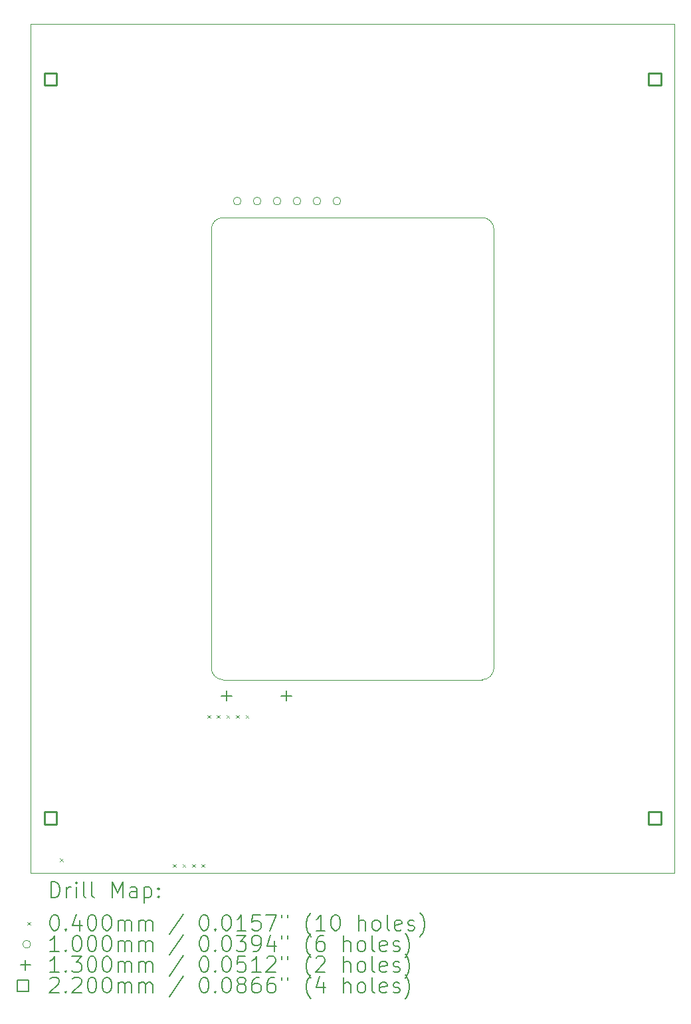
<source format=gbr>
%FSLAX45Y45*%
G04 Gerber Fmt 4.5, Leading zero omitted, Abs format (unit mm)*
G04 Created by KiCad (PCBNEW (6.0.5)) date 2023-05-08 02:16:47*
%MOMM*%
%LPD*%
G01*
G04 APERTURE LIST*
%TA.AperFunction,Profile*%
%ADD10C,0.100000*%
%TD*%
%TA.AperFunction,Profile*%
%ADD11C,0.050000*%
%TD*%
%ADD12C,0.200000*%
%ADD13C,0.040000*%
%ADD14C,0.100000*%
%ADD15C,0.130000*%
%ADD16C,0.220000*%
G04 APERTURE END LIST*
D10*
X17005400Y-12190000D02*
G75*
G03*
X17155400Y-12040000I0J150000D01*
G01*
X17155313Y-6459767D02*
G75*
G03*
X17005317Y-6309767I-149993J7D01*
G01*
D11*
X11254600Y-14649800D02*
X19454600Y-14649800D01*
X19454600Y-3849800D02*
X11254600Y-3849800D01*
D10*
X13553966Y-11090066D02*
X13554317Y-7409767D01*
X17155400Y-11090000D02*
X17155400Y-12040000D01*
X17005317Y-6309767D02*
X13703883Y-6309833D01*
X13703883Y-6309833D02*
G75*
G03*
X13553883Y-6459833I-3J-149997D01*
G01*
X17155317Y-6459767D02*
X17155317Y-7409767D01*
X13554317Y-7409767D02*
X13553883Y-6459833D01*
X13554400Y-12040000D02*
G75*
G03*
X13704400Y-12190000I150000J0D01*
G01*
D11*
X11254600Y-14649800D02*
X11254600Y-3849800D01*
D10*
X17155317Y-7409767D02*
X17155400Y-11090000D01*
X13554400Y-12040000D02*
X13553966Y-11090066D01*
D11*
X19454600Y-14649800D02*
X19454600Y-3849800D01*
D10*
X13704400Y-12190000D02*
X17005400Y-12190000D01*
D12*
D13*
X11626000Y-14463000D02*
X11666000Y-14503000D01*
X11666000Y-14463000D02*
X11626000Y-14503000D01*
X13063400Y-14536600D02*
X13103400Y-14576600D01*
X13103400Y-14536600D02*
X13063400Y-14576600D01*
X13185800Y-14536600D02*
X13225800Y-14576600D01*
X13225800Y-14536600D02*
X13185800Y-14576600D01*
X13308200Y-14536600D02*
X13348200Y-14576600D01*
X13348200Y-14536600D02*
X13308200Y-14576600D01*
X13430600Y-14536600D02*
X13470600Y-14576600D01*
X13470600Y-14536600D02*
X13430600Y-14576600D01*
X13501600Y-12639400D02*
X13541600Y-12679400D01*
X13541600Y-12639400D02*
X13501600Y-12679400D01*
X13624000Y-12639400D02*
X13664000Y-12679400D01*
X13664000Y-12639400D02*
X13624000Y-12679400D01*
X13746400Y-12639400D02*
X13786400Y-12679400D01*
X13786400Y-12639400D02*
X13746400Y-12679400D01*
X13868800Y-12639400D02*
X13908800Y-12679400D01*
X13908800Y-12639400D02*
X13868800Y-12679400D01*
X13991200Y-12639400D02*
X14031200Y-12679400D01*
X14031200Y-12639400D02*
X13991200Y-12679400D01*
D14*
X13934600Y-6099800D02*
G75*
G03*
X13934600Y-6099800I-50000J0D01*
G01*
X14188600Y-6099800D02*
G75*
G03*
X14188600Y-6099800I-50000J0D01*
G01*
X14442600Y-6099800D02*
G75*
G03*
X14442600Y-6099800I-50000J0D01*
G01*
X14696600Y-6099800D02*
G75*
G03*
X14696600Y-6099800I-50000J0D01*
G01*
X14950600Y-6099800D02*
G75*
G03*
X14950600Y-6099800I-50000J0D01*
G01*
X15204600Y-6099800D02*
G75*
G03*
X15204600Y-6099800I-50000J0D01*
G01*
D15*
X13749200Y-12329400D02*
X13749200Y-12459400D01*
X13684200Y-12394400D02*
X13814200Y-12394400D01*
X14511200Y-12329400D02*
X14511200Y-12459400D01*
X14446200Y-12394400D02*
X14576200Y-12394400D01*
D16*
X11582382Y-4627582D02*
X11582382Y-4472017D01*
X11426817Y-4472017D01*
X11426817Y-4627582D01*
X11582382Y-4627582D01*
X11582382Y-14027582D02*
X11582382Y-13872017D01*
X11426817Y-13872017D01*
X11426817Y-14027582D01*
X11582382Y-14027582D01*
X19282383Y-4627582D02*
X19282383Y-4472017D01*
X19126818Y-4472017D01*
X19126818Y-4627582D01*
X19282383Y-4627582D01*
X19282383Y-14027582D02*
X19282383Y-13872017D01*
X19126818Y-13872017D01*
X19126818Y-14027582D01*
X19282383Y-14027582D01*
D12*
X11509719Y-14962776D02*
X11509719Y-14762776D01*
X11557338Y-14762776D01*
X11585909Y-14772300D01*
X11604957Y-14791347D01*
X11614481Y-14810395D01*
X11624005Y-14848490D01*
X11624005Y-14877062D01*
X11614481Y-14915157D01*
X11604957Y-14934204D01*
X11585909Y-14953252D01*
X11557338Y-14962776D01*
X11509719Y-14962776D01*
X11709719Y-14962776D02*
X11709719Y-14829442D01*
X11709719Y-14867538D02*
X11719243Y-14848490D01*
X11728767Y-14838966D01*
X11747814Y-14829442D01*
X11766862Y-14829442D01*
X11833528Y-14962776D02*
X11833528Y-14829442D01*
X11833528Y-14762776D02*
X11824005Y-14772300D01*
X11833528Y-14781823D01*
X11843052Y-14772300D01*
X11833528Y-14762776D01*
X11833528Y-14781823D01*
X11957338Y-14962776D02*
X11938290Y-14953252D01*
X11928767Y-14934204D01*
X11928767Y-14762776D01*
X12062100Y-14962776D02*
X12043052Y-14953252D01*
X12033528Y-14934204D01*
X12033528Y-14762776D01*
X12290671Y-14962776D02*
X12290671Y-14762776D01*
X12357338Y-14905633D01*
X12424005Y-14762776D01*
X12424005Y-14962776D01*
X12604957Y-14962776D02*
X12604957Y-14858014D01*
X12595433Y-14838966D01*
X12576386Y-14829442D01*
X12538290Y-14829442D01*
X12519243Y-14838966D01*
X12604957Y-14953252D02*
X12585909Y-14962776D01*
X12538290Y-14962776D01*
X12519243Y-14953252D01*
X12509719Y-14934204D01*
X12509719Y-14915157D01*
X12519243Y-14896109D01*
X12538290Y-14886585D01*
X12585909Y-14886585D01*
X12604957Y-14877062D01*
X12700195Y-14829442D02*
X12700195Y-15029442D01*
X12700195Y-14838966D02*
X12719243Y-14829442D01*
X12757338Y-14829442D01*
X12776386Y-14838966D01*
X12785909Y-14848490D01*
X12795433Y-14867538D01*
X12795433Y-14924681D01*
X12785909Y-14943728D01*
X12776386Y-14953252D01*
X12757338Y-14962776D01*
X12719243Y-14962776D01*
X12700195Y-14953252D01*
X12881148Y-14943728D02*
X12890671Y-14953252D01*
X12881148Y-14962776D01*
X12871624Y-14953252D01*
X12881148Y-14943728D01*
X12881148Y-14962776D01*
X12881148Y-14838966D02*
X12890671Y-14848490D01*
X12881148Y-14858014D01*
X12871624Y-14848490D01*
X12881148Y-14838966D01*
X12881148Y-14858014D01*
D13*
X11212100Y-15272300D02*
X11252100Y-15312300D01*
X11252100Y-15272300D02*
X11212100Y-15312300D01*
D12*
X11547814Y-15182776D02*
X11566862Y-15182776D01*
X11585909Y-15192300D01*
X11595433Y-15201823D01*
X11604957Y-15220871D01*
X11614481Y-15258966D01*
X11614481Y-15306585D01*
X11604957Y-15344681D01*
X11595433Y-15363728D01*
X11585909Y-15373252D01*
X11566862Y-15382776D01*
X11547814Y-15382776D01*
X11528767Y-15373252D01*
X11519243Y-15363728D01*
X11509719Y-15344681D01*
X11500195Y-15306585D01*
X11500195Y-15258966D01*
X11509719Y-15220871D01*
X11519243Y-15201823D01*
X11528767Y-15192300D01*
X11547814Y-15182776D01*
X11700195Y-15363728D02*
X11709719Y-15373252D01*
X11700195Y-15382776D01*
X11690671Y-15373252D01*
X11700195Y-15363728D01*
X11700195Y-15382776D01*
X11881148Y-15249442D02*
X11881148Y-15382776D01*
X11833528Y-15173252D02*
X11785909Y-15316109D01*
X11909719Y-15316109D01*
X12024005Y-15182776D02*
X12043052Y-15182776D01*
X12062100Y-15192300D01*
X12071624Y-15201823D01*
X12081148Y-15220871D01*
X12090671Y-15258966D01*
X12090671Y-15306585D01*
X12081148Y-15344681D01*
X12071624Y-15363728D01*
X12062100Y-15373252D01*
X12043052Y-15382776D01*
X12024005Y-15382776D01*
X12004957Y-15373252D01*
X11995433Y-15363728D01*
X11985909Y-15344681D01*
X11976386Y-15306585D01*
X11976386Y-15258966D01*
X11985909Y-15220871D01*
X11995433Y-15201823D01*
X12004957Y-15192300D01*
X12024005Y-15182776D01*
X12214481Y-15182776D02*
X12233528Y-15182776D01*
X12252576Y-15192300D01*
X12262100Y-15201823D01*
X12271624Y-15220871D01*
X12281148Y-15258966D01*
X12281148Y-15306585D01*
X12271624Y-15344681D01*
X12262100Y-15363728D01*
X12252576Y-15373252D01*
X12233528Y-15382776D01*
X12214481Y-15382776D01*
X12195433Y-15373252D01*
X12185909Y-15363728D01*
X12176386Y-15344681D01*
X12166862Y-15306585D01*
X12166862Y-15258966D01*
X12176386Y-15220871D01*
X12185909Y-15201823D01*
X12195433Y-15192300D01*
X12214481Y-15182776D01*
X12366862Y-15382776D02*
X12366862Y-15249442D01*
X12366862Y-15268490D02*
X12376386Y-15258966D01*
X12395433Y-15249442D01*
X12424005Y-15249442D01*
X12443052Y-15258966D01*
X12452576Y-15278014D01*
X12452576Y-15382776D01*
X12452576Y-15278014D02*
X12462100Y-15258966D01*
X12481148Y-15249442D01*
X12509719Y-15249442D01*
X12528767Y-15258966D01*
X12538290Y-15278014D01*
X12538290Y-15382776D01*
X12633528Y-15382776D02*
X12633528Y-15249442D01*
X12633528Y-15268490D02*
X12643052Y-15258966D01*
X12662100Y-15249442D01*
X12690671Y-15249442D01*
X12709719Y-15258966D01*
X12719243Y-15278014D01*
X12719243Y-15382776D01*
X12719243Y-15278014D02*
X12728767Y-15258966D01*
X12747814Y-15249442D01*
X12776386Y-15249442D01*
X12795433Y-15258966D01*
X12804957Y-15278014D01*
X12804957Y-15382776D01*
X13195433Y-15173252D02*
X13024005Y-15430395D01*
X13452576Y-15182776D02*
X13471624Y-15182776D01*
X13490671Y-15192300D01*
X13500195Y-15201823D01*
X13509719Y-15220871D01*
X13519243Y-15258966D01*
X13519243Y-15306585D01*
X13509719Y-15344681D01*
X13500195Y-15363728D01*
X13490671Y-15373252D01*
X13471624Y-15382776D01*
X13452576Y-15382776D01*
X13433528Y-15373252D01*
X13424005Y-15363728D01*
X13414481Y-15344681D01*
X13404957Y-15306585D01*
X13404957Y-15258966D01*
X13414481Y-15220871D01*
X13424005Y-15201823D01*
X13433528Y-15192300D01*
X13452576Y-15182776D01*
X13604957Y-15363728D02*
X13614481Y-15373252D01*
X13604957Y-15382776D01*
X13595433Y-15373252D01*
X13604957Y-15363728D01*
X13604957Y-15382776D01*
X13738290Y-15182776D02*
X13757338Y-15182776D01*
X13776386Y-15192300D01*
X13785909Y-15201823D01*
X13795433Y-15220871D01*
X13804957Y-15258966D01*
X13804957Y-15306585D01*
X13795433Y-15344681D01*
X13785909Y-15363728D01*
X13776386Y-15373252D01*
X13757338Y-15382776D01*
X13738290Y-15382776D01*
X13719243Y-15373252D01*
X13709719Y-15363728D01*
X13700195Y-15344681D01*
X13690671Y-15306585D01*
X13690671Y-15258966D01*
X13700195Y-15220871D01*
X13709719Y-15201823D01*
X13719243Y-15192300D01*
X13738290Y-15182776D01*
X13995433Y-15382776D02*
X13881148Y-15382776D01*
X13938290Y-15382776D02*
X13938290Y-15182776D01*
X13919243Y-15211347D01*
X13900195Y-15230395D01*
X13881148Y-15239919D01*
X14176386Y-15182776D02*
X14081148Y-15182776D01*
X14071624Y-15278014D01*
X14081148Y-15268490D01*
X14100195Y-15258966D01*
X14147814Y-15258966D01*
X14166862Y-15268490D01*
X14176386Y-15278014D01*
X14185909Y-15297062D01*
X14185909Y-15344681D01*
X14176386Y-15363728D01*
X14166862Y-15373252D01*
X14147814Y-15382776D01*
X14100195Y-15382776D01*
X14081148Y-15373252D01*
X14071624Y-15363728D01*
X14252576Y-15182776D02*
X14385909Y-15182776D01*
X14300195Y-15382776D01*
X14452576Y-15182776D02*
X14452576Y-15220871D01*
X14528767Y-15182776D02*
X14528767Y-15220871D01*
X14824005Y-15458966D02*
X14814481Y-15449442D01*
X14795433Y-15420871D01*
X14785909Y-15401823D01*
X14776386Y-15373252D01*
X14766862Y-15325633D01*
X14766862Y-15287538D01*
X14776386Y-15239919D01*
X14785909Y-15211347D01*
X14795433Y-15192300D01*
X14814481Y-15163728D01*
X14824005Y-15154204D01*
X15004957Y-15382776D02*
X14890671Y-15382776D01*
X14947814Y-15382776D02*
X14947814Y-15182776D01*
X14928767Y-15211347D01*
X14909719Y-15230395D01*
X14890671Y-15239919D01*
X15128767Y-15182776D02*
X15147814Y-15182776D01*
X15166862Y-15192300D01*
X15176386Y-15201823D01*
X15185909Y-15220871D01*
X15195433Y-15258966D01*
X15195433Y-15306585D01*
X15185909Y-15344681D01*
X15176386Y-15363728D01*
X15166862Y-15373252D01*
X15147814Y-15382776D01*
X15128767Y-15382776D01*
X15109719Y-15373252D01*
X15100195Y-15363728D01*
X15090671Y-15344681D01*
X15081148Y-15306585D01*
X15081148Y-15258966D01*
X15090671Y-15220871D01*
X15100195Y-15201823D01*
X15109719Y-15192300D01*
X15128767Y-15182776D01*
X15433528Y-15382776D02*
X15433528Y-15182776D01*
X15519243Y-15382776D02*
X15519243Y-15278014D01*
X15509719Y-15258966D01*
X15490671Y-15249442D01*
X15462100Y-15249442D01*
X15443052Y-15258966D01*
X15433528Y-15268490D01*
X15643052Y-15382776D02*
X15624005Y-15373252D01*
X15614481Y-15363728D01*
X15604957Y-15344681D01*
X15604957Y-15287538D01*
X15614481Y-15268490D01*
X15624005Y-15258966D01*
X15643052Y-15249442D01*
X15671624Y-15249442D01*
X15690671Y-15258966D01*
X15700195Y-15268490D01*
X15709719Y-15287538D01*
X15709719Y-15344681D01*
X15700195Y-15363728D01*
X15690671Y-15373252D01*
X15671624Y-15382776D01*
X15643052Y-15382776D01*
X15824005Y-15382776D02*
X15804957Y-15373252D01*
X15795433Y-15354204D01*
X15795433Y-15182776D01*
X15976386Y-15373252D02*
X15957338Y-15382776D01*
X15919243Y-15382776D01*
X15900195Y-15373252D01*
X15890671Y-15354204D01*
X15890671Y-15278014D01*
X15900195Y-15258966D01*
X15919243Y-15249442D01*
X15957338Y-15249442D01*
X15976386Y-15258966D01*
X15985909Y-15278014D01*
X15985909Y-15297062D01*
X15890671Y-15316109D01*
X16062100Y-15373252D02*
X16081148Y-15382776D01*
X16119243Y-15382776D01*
X16138290Y-15373252D01*
X16147814Y-15354204D01*
X16147814Y-15344681D01*
X16138290Y-15325633D01*
X16119243Y-15316109D01*
X16090671Y-15316109D01*
X16071624Y-15306585D01*
X16062100Y-15287538D01*
X16062100Y-15278014D01*
X16071624Y-15258966D01*
X16090671Y-15249442D01*
X16119243Y-15249442D01*
X16138290Y-15258966D01*
X16214481Y-15458966D02*
X16224005Y-15449442D01*
X16243052Y-15420871D01*
X16252576Y-15401823D01*
X16262100Y-15373252D01*
X16271624Y-15325633D01*
X16271624Y-15287538D01*
X16262100Y-15239919D01*
X16252576Y-15211347D01*
X16243052Y-15192300D01*
X16224005Y-15163728D01*
X16214481Y-15154204D01*
D14*
X11252100Y-15556300D02*
G75*
G03*
X11252100Y-15556300I-50000J0D01*
G01*
D12*
X11614481Y-15646776D02*
X11500195Y-15646776D01*
X11557338Y-15646776D02*
X11557338Y-15446776D01*
X11538290Y-15475347D01*
X11519243Y-15494395D01*
X11500195Y-15503919D01*
X11700195Y-15627728D02*
X11709719Y-15637252D01*
X11700195Y-15646776D01*
X11690671Y-15637252D01*
X11700195Y-15627728D01*
X11700195Y-15646776D01*
X11833528Y-15446776D02*
X11852576Y-15446776D01*
X11871624Y-15456300D01*
X11881148Y-15465823D01*
X11890671Y-15484871D01*
X11900195Y-15522966D01*
X11900195Y-15570585D01*
X11890671Y-15608681D01*
X11881148Y-15627728D01*
X11871624Y-15637252D01*
X11852576Y-15646776D01*
X11833528Y-15646776D01*
X11814481Y-15637252D01*
X11804957Y-15627728D01*
X11795433Y-15608681D01*
X11785909Y-15570585D01*
X11785909Y-15522966D01*
X11795433Y-15484871D01*
X11804957Y-15465823D01*
X11814481Y-15456300D01*
X11833528Y-15446776D01*
X12024005Y-15446776D02*
X12043052Y-15446776D01*
X12062100Y-15456300D01*
X12071624Y-15465823D01*
X12081148Y-15484871D01*
X12090671Y-15522966D01*
X12090671Y-15570585D01*
X12081148Y-15608681D01*
X12071624Y-15627728D01*
X12062100Y-15637252D01*
X12043052Y-15646776D01*
X12024005Y-15646776D01*
X12004957Y-15637252D01*
X11995433Y-15627728D01*
X11985909Y-15608681D01*
X11976386Y-15570585D01*
X11976386Y-15522966D01*
X11985909Y-15484871D01*
X11995433Y-15465823D01*
X12004957Y-15456300D01*
X12024005Y-15446776D01*
X12214481Y-15446776D02*
X12233528Y-15446776D01*
X12252576Y-15456300D01*
X12262100Y-15465823D01*
X12271624Y-15484871D01*
X12281148Y-15522966D01*
X12281148Y-15570585D01*
X12271624Y-15608681D01*
X12262100Y-15627728D01*
X12252576Y-15637252D01*
X12233528Y-15646776D01*
X12214481Y-15646776D01*
X12195433Y-15637252D01*
X12185909Y-15627728D01*
X12176386Y-15608681D01*
X12166862Y-15570585D01*
X12166862Y-15522966D01*
X12176386Y-15484871D01*
X12185909Y-15465823D01*
X12195433Y-15456300D01*
X12214481Y-15446776D01*
X12366862Y-15646776D02*
X12366862Y-15513442D01*
X12366862Y-15532490D02*
X12376386Y-15522966D01*
X12395433Y-15513442D01*
X12424005Y-15513442D01*
X12443052Y-15522966D01*
X12452576Y-15542014D01*
X12452576Y-15646776D01*
X12452576Y-15542014D02*
X12462100Y-15522966D01*
X12481148Y-15513442D01*
X12509719Y-15513442D01*
X12528767Y-15522966D01*
X12538290Y-15542014D01*
X12538290Y-15646776D01*
X12633528Y-15646776D02*
X12633528Y-15513442D01*
X12633528Y-15532490D02*
X12643052Y-15522966D01*
X12662100Y-15513442D01*
X12690671Y-15513442D01*
X12709719Y-15522966D01*
X12719243Y-15542014D01*
X12719243Y-15646776D01*
X12719243Y-15542014D02*
X12728767Y-15522966D01*
X12747814Y-15513442D01*
X12776386Y-15513442D01*
X12795433Y-15522966D01*
X12804957Y-15542014D01*
X12804957Y-15646776D01*
X13195433Y-15437252D02*
X13024005Y-15694395D01*
X13452576Y-15446776D02*
X13471624Y-15446776D01*
X13490671Y-15456300D01*
X13500195Y-15465823D01*
X13509719Y-15484871D01*
X13519243Y-15522966D01*
X13519243Y-15570585D01*
X13509719Y-15608681D01*
X13500195Y-15627728D01*
X13490671Y-15637252D01*
X13471624Y-15646776D01*
X13452576Y-15646776D01*
X13433528Y-15637252D01*
X13424005Y-15627728D01*
X13414481Y-15608681D01*
X13404957Y-15570585D01*
X13404957Y-15522966D01*
X13414481Y-15484871D01*
X13424005Y-15465823D01*
X13433528Y-15456300D01*
X13452576Y-15446776D01*
X13604957Y-15627728D02*
X13614481Y-15637252D01*
X13604957Y-15646776D01*
X13595433Y-15637252D01*
X13604957Y-15627728D01*
X13604957Y-15646776D01*
X13738290Y-15446776D02*
X13757338Y-15446776D01*
X13776386Y-15456300D01*
X13785909Y-15465823D01*
X13795433Y-15484871D01*
X13804957Y-15522966D01*
X13804957Y-15570585D01*
X13795433Y-15608681D01*
X13785909Y-15627728D01*
X13776386Y-15637252D01*
X13757338Y-15646776D01*
X13738290Y-15646776D01*
X13719243Y-15637252D01*
X13709719Y-15627728D01*
X13700195Y-15608681D01*
X13690671Y-15570585D01*
X13690671Y-15522966D01*
X13700195Y-15484871D01*
X13709719Y-15465823D01*
X13719243Y-15456300D01*
X13738290Y-15446776D01*
X13871624Y-15446776D02*
X13995433Y-15446776D01*
X13928767Y-15522966D01*
X13957338Y-15522966D01*
X13976386Y-15532490D01*
X13985909Y-15542014D01*
X13995433Y-15561062D01*
X13995433Y-15608681D01*
X13985909Y-15627728D01*
X13976386Y-15637252D01*
X13957338Y-15646776D01*
X13900195Y-15646776D01*
X13881148Y-15637252D01*
X13871624Y-15627728D01*
X14090671Y-15646776D02*
X14128767Y-15646776D01*
X14147814Y-15637252D01*
X14157338Y-15627728D01*
X14176386Y-15599157D01*
X14185909Y-15561062D01*
X14185909Y-15484871D01*
X14176386Y-15465823D01*
X14166862Y-15456300D01*
X14147814Y-15446776D01*
X14109719Y-15446776D01*
X14090671Y-15456300D01*
X14081148Y-15465823D01*
X14071624Y-15484871D01*
X14071624Y-15532490D01*
X14081148Y-15551538D01*
X14090671Y-15561062D01*
X14109719Y-15570585D01*
X14147814Y-15570585D01*
X14166862Y-15561062D01*
X14176386Y-15551538D01*
X14185909Y-15532490D01*
X14357338Y-15513442D02*
X14357338Y-15646776D01*
X14309719Y-15437252D02*
X14262100Y-15580109D01*
X14385909Y-15580109D01*
X14452576Y-15446776D02*
X14452576Y-15484871D01*
X14528767Y-15446776D02*
X14528767Y-15484871D01*
X14824005Y-15722966D02*
X14814481Y-15713442D01*
X14795433Y-15684871D01*
X14785909Y-15665823D01*
X14776386Y-15637252D01*
X14766862Y-15589633D01*
X14766862Y-15551538D01*
X14776386Y-15503919D01*
X14785909Y-15475347D01*
X14795433Y-15456300D01*
X14814481Y-15427728D01*
X14824005Y-15418204D01*
X14985909Y-15446776D02*
X14947814Y-15446776D01*
X14928767Y-15456300D01*
X14919243Y-15465823D01*
X14900195Y-15494395D01*
X14890671Y-15532490D01*
X14890671Y-15608681D01*
X14900195Y-15627728D01*
X14909719Y-15637252D01*
X14928767Y-15646776D01*
X14966862Y-15646776D01*
X14985909Y-15637252D01*
X14995433Y-15627728D01*
X15004957Y-15608681D01*
X15004957Y-15561062D01*
X14995433Y-15542014D01*
X14985909Y-15532490D01*
X14966862Y-15522966D01*
X14928767Y-15522966D01*
X14909719Y-15532490D01*
X14900195Y-15542014D01*
X14890671Y-15561062D01*
X15243052Y-15646776D02*
X15243052Y-15446776D01*
X15328767Y-15646776D02*
X15328767Y-15542014D01*
X15319243Y-15522966D01*
X15300195Y-15513442D01*
X15271624Y-15513442D01*
X15252576Y-15522966D01*
X15243052Y-15532490D01*
X15452576Y-15646776D02*
X15433528Y-15637252D01*
X15424005Y-15627728D01*
X15414481Y-15608681D01*
X15414481Y-15551538D01*
X15424005Y-15532490D01*
X15433528Y-15522966D01*
X15452576Y-15513442D01*
X15481148Y-15513442D01*
X15500195Y-15522966D01*
X15509719Y-15532490D01*
X15519243Y-15551538D01*
X15519243Y-15608681D01*
X15509719Y-15627728D01*
X15500195Y-15637252D01*
X15481148Y-15646776D01*
X15452576Y-15646776D01*
X15633528Y-15646776D02*
X15614481Y-15637252D01*
X15604957Y-15618204D01*
X15604957Y-15446776D01*
X15785909Y-15637252D02*
X15766862Y-15646776D01*
X15728767Y-15646776D01*
X15709719Y-15637252D01*
X15700195Y-15618204D01*
X15700195Y-15542014D01*
X15709719Y-15522966D01*
X15728767Y-15513442D01*
X15766862Y-15513442D01*
X15785909Y-15522966D01*
X15795433Y-15542014D01*
X15795433Y-15561062D01*
X15700195Y-15580109D01*
X15871624Y-15637252D02*
X15890671Y-15646776D01*
X15928767Y-15646776D01*
X15947814Y-15637252D01*
X15957338Y-15618204D01*
X15957338Y-15608681D01*
X15947814Y-15589633D01*
X15928767Y-15580109D01*
X15900195Y-15580109D01*
X15881148Y-15570585D01*
X15871624Y-15551538D01*
X15871624Y-15542014D01*
X15881148Y-15522966D01*
X15900195Y-15513442D01*
X15928767Y-15513442D01*
X15947814Y-15522966D01*
X16024005Y-15722966D02*
X16033528Y-15713442D01*
X16052576Y-15684871D01*
X16062100Y-15665823D01*
X16071624Y-15637252D01*
X16081148Y-15589633D01*
X16081148Y-15551538D01*
X16071624Y-15503919D01*
X16062100Y-15475347D01*
X16052576Y-15456300D01*
X16033528Y-15427728D01*
X16024005Y-15418204D01*
D15*
X11187100Y-15755300D02*
X11187100Y-15885300D01*
X11122100Y-15820300D02*
X11252100Y-15820300D01*
D12*
X11614481Y-15910776D02*
X11500195Y-15910776D01*
X11557338Y-15910776D02*
X11557338Y-15710776D01*
X11538290Y-15739347D01*
X11519243Y-15758395D01*
X11500195Y-15767919D01*
X11700195Y-15891728D02*
X11709719Y-15901252D01*
X11700195Y-15910776D01*
X11690671Y-15901252D01*
X11700195Y-15891728D01*
X11700195Y-15910776D01*
X11776386Y-15710776D02*
X11900195Y-15710776D01*
X11833528Y-15786966D01*
X11862100Y-15786966D01*
X11881148Y-15796490D01*
X11890671Y-15806014D01*
X11900195Y-15825062D01*
X11900195Y-15872681D01*
X11890671Y-15891728D01*
X11881148Y-15901252D01*
X11862100Y-15910776D01*
X11804957Y-15910776D01*
X11785909Y-15901252D01*
X11776386Y-15891728D01*
X12024005Y-15710776D02*
X12043052Y-15710776D01*
X12062100Y-15720300D01*
X12071624Y-15729823D01*
X12081148Y-15748871D01*
X12090671Y-15786966D01*
X12090671Y-15834585D01*
X12081148Y-15872681D01*
X12071624Y-15891728D01*
X12062100Y-15901252D01*
X12043052Y-15910776D01*
X12024005Y-15910776D01*
X12004957Y-15901252D01*
X11995433Y-15891728D01*
X11985909Y-15872681D01*
X11976386Y-15834585D01*
X11976386Y-15786966D01*
X11985909Y-15748871D01*
X11995433Y-15729823D01*
X12004957Y-15720300D01*
X12024005Y-15710776D01*
X12214481Y-15710776D02*
X12233528Y-15710776D01*
X12252576Y-15720300D01*
X12262100Y-15729823D01*
X12271624Y-15748871D01*
X12281148Y-15786966D01*
X12281148Y-15834585D01*
X12271624Y-15872681D01*
X12262100Y-15891728D01*
X12252576Y-15901252D01*
X12233528Y-15910776D01*
X12214481Y-15910776D01*
X12195433Y-15901252D01*
X12185909Y-15891728D01*
X12176386Y-15872681D01*
X12166862Y-15834585D01*
X12166862Y-15786966D01*
X12176386Y-15748871D01*
X12185909Y-15729823D01*
X12195433Y-15720300D01*
X12214481Y-15710776D01*
X12366862Y-15910776D02*
X12366862Y-15777442D01*
X12366862Y-15796490D02*
X12376386Y-15786966D01*
X12395433Y-15777442D01*
X12424005Y-15777442D01*
X12443052Y-15786966D01*
X12452576Y-15806014D01*
X12452576Y-15910776D01*
X12452576Y-15806014D02*
X12462100Y-15786966D01*
X12481148Y-15777442D01*
X12509719Y-15777442D01*
X12528767Y-15786966D01*
X12538290Y-15806014D01*
X12538290Y-15910776D01*
X12633528Y-15910776D02*
X12633528Y-15777442D01*
X12633528Y-15796490D02*
X12643052Y-15786966D01*
X12662100Y-15777442D01*
X12690671Y-15777442D01*
X12709719Y-15786966D01*
X12719243Y-15806014D01*
X12719243Y-15910776D01*
X12719243Y-15806014D02*
X12728767Y-15786966D01*
X12747814Y-15777442D01*
X12776386Y-15777442D01*
X12795433Y-15786966D01*
X12804957Y-15806014D01*
X12804957Y-15910776D01*
X13195433Y-15701252D02*
X13024005Y-15958395D01*
X13452576Y-15710776D02*
X13471624Y-15710776D01*
X13490671Y-15720300D01*
X13500195Y-15729823D01*
X13509719Y-15748871D01*
X13519243Y-15786966D01*
X13519243Y-15834585D01*
X13509719Y-15872681D01*
X13500195Y-15891728D01*
X13490671Y-15901252D01*
X13471624Y-15910776D01*
X13452576Y-15910776D01*
X13433528Y-15901252D01*
X13424005Y-15891728D01*
X13414481Y-15872681D01*
X13404957Y-15834585D01*
X13404957Y-15786966D01*
X13414481Y-15748871D01*
X13424005Y-15729823D01*
X13433528Y-15720300D01*
X13452576Y-15710776D01*
X13604957Y-15891728D02*
X13614481Y-15901252D01*
X13604957Y-15910776D01*
X13595433Y-15901252D01*
X13604957Y-15891728D01*
X13604957Y-15910776D01*
X13738290Y-15710776D02*
X13757338Y-15710776D01*
X13776386Y-15720300D01*
X13785909Y-15729823D01*
X13795433Y-15748871D01*
X13804957Y-15786966D01*
X13804957Y-15834585D01*
X13795433Y-15872681D01*
X13785909Y-15891728D01*
X13776386Y-15901252D01*
X13757338Y-15910776D01*
X13738290Y-15910776D01*
X13719243Y-15901252D01*
X13709719Y-15891728D01*
X13700195Y-15872681D01*
X13690671Y-15834585D01*
X13690671Y-15786966D01*
X13700195Y-15748871D01*
X13709719Y-15729823D01*
X13719243Y-15720300D01*
X13738290Y-15710776D01*
X13985909Y-15710776D02*
X13890671Y-15710776D01*
X13881148Y-15806014D01*
X13890671Y-15796490D01*
X13909719Y-15786966D01*
X13957338Y-15786966D01*
X13976386Y-15796490D01*
X13985909Y-15806014D01*
X13995433Y-15825062D01*
X13995433Y-15872681D01*
X13985909Y-15891728D01*
X13976386Y-15901252D01*
X13957338Y-15910776D01*
X13909719Y-15910776D01*
X13890671Y-15901252D01*
X13881148Y-15891728D01*
X14185909Y-15910776D02*
X14071624Y-15910776D01*
X14128767Y-15910776D02*
X14128767Y-15710776D01*
X14109719Y-15739347D01*
X14090671Y-15758395D01*
X14071624Y-15767919D01*
X14262100Y-15729823D02*
X14271624Y-15720300D01*
X14290671Y-15710776D01*
X14338290Y-15710776D01*
X14357338Y-15720300D01*
X14366862Y-15729823D01*
X14376386Y-15748871D01*
X14376386Y-15767919D01*
X14366862Y-15796490D01*
X14252576Y-15910776D01*
X14376386Y-15910776D01*
X14452576Y-15710776D02*
X14452576Y-15748871D01*
X14528767Y-15710776D02*
X14528767Y-15748871D01*
X14824005Y-15986966D02*
X14814481Y-15977442D01*
X14795433Y-15948871D01*
X14785909Y-15929823D01*
X14776386Y-15901252D01*
X14766862Y-15853633D01*
X14766862Y-15815538D01*
X14776386Y-15767919D01*
X14785909Y-15739347D01*
X14795433Y-15720300D01*
X14814481Y-15691728D01*
X14824005Y-15682204D01*
X14890671Y-15729823D02*
X14900195Y-15720300D01*
X14919243Y-15710776D01*
X14966862Y-15710776D01*
X14985909Y-15720300D01*
X14995433Y-15729823D01*
X15004957Y-15748871D01*
X15004957Y-15767919D01*
X14995433Y-15796490D01*
X14881148Y-15910776D01*
X15004957Y-15910776D01*
X15243052Y-15910776D02*
X15243052Y-15710776D01*
X15328767Y-15910776D02*
X15328767Y-15806014D01*
X15319243Y-15786966D01*
X15300195Y-15777442D01*
X15271624Y-15777442D01*
X15252576Y-15786966D01*
X15243052Y-15796490D01*
X15452576Y-15910776D02*
X15433528Y-15901252D01*
X15424005Y-15891728D01*
X15414481Y-15872681D01*
X15414481Y-15815538D01*
X15424005Y-15796490D01*
X15433528Y-15786966D01*
X15452576Y-15777442D01*
X15481148Y-15777442D01*
X15500195Y-15786966D01*
X15509719Y-15796490D01*
X15519243Y-15815538D01*
X15519243Y-15872681D01*
X15509719Y-15891728D01*
X15500195Y-15901252D01*
X15481148Y-15910776D01*
X15452576Y-15910776D01*
X15633528Y-15910776D02*
X15614481Y-15901252D01*
X15604957Y-15882204D01*
X15604957Y-15710776D01*
X15785909Y-15901252D02*
X15766862Y-15910776D01*
X15728767Y-15910776D01*
X15709719Y-15901252D01*
X15700195Y-15882204D01*
X15700195Y-15806014D01*
X15709719Y-15786966D01*
X15728767Y-15777442D01*
X15766862Y-15777442D01*
X15785909Y-15786966D01*
X15795433Y-15806014D01*
X15795433Y-15825062D01*
X15700195Y-15844109D01*
X15871624Y-15901252D02*
X15890671Y-15910776D01*
X15928767Y-15910776D01*
X15947814Y-15901252D01*
X15957338Y-15882204D01*
X15957338Y-15872681D01*
X15947814Y-15853633D01*
X15928767Y-15844109D01*
X15900195Y-15844109D01*
X15881148Y-15834585D01*
X15871624Y-15815538D01*
X15871624Y-15806014D01*
X15881148Y-15786966D01*
X15900195Y-15777442D01*
X15928767Y-15777442D01*
X15947814Y-15786966D01*
X16024005Y-15986966D02*
X16033528Y-15977442D01*
X16052576Y-15948871D01*
X16062100Y-15929823D01*
X16071624Y-15901252D01*
X16081148Y-15853633D01*
X16081148Y-15815538D01*
X16071624Y-15767919D01*
X16062100Y-15739347D01*
X16052576Y-15720300D01*
X16033528Y-15691728D01*
X16024005Y-15682204D01*
X11222811Y-16155011D02*
X11222811Y-16013588D01*
X11081389Y-16013588D01*
X11081389Y-16155011D01*
X11222811Y-16155011D01*
X11500195Y-15993823D02*
X11509719Y-15984300D01*
X11528767Y-15974776D01*
X11576386Y-15974776D01*
X11595433Y-15984300D01*
X11604957Y-15993823D01*
X11614481Y-16012871D01*
X11614481Y-16031919D01*
X11604957Y-16060490D01*
X11490671Y-16174776D01*
X11614481Y-16174776D01*
X11700195Y-16155728D02*
X11709719Y-16165252D01*
X11700195Y-16174776D01*
X11690671Y-16165252D01*
X11700195Y-16155728D01*
X11700195Y-16174776D01*
X11785909Y-15993823D02*
X11795433Y-15984300D01*
X11814481Y-15974776D01*
X11862100Y-15974776D01*
X11881148Y-15984300D01*
X11890671Y-15993823D01*
X11900195Y-16012871D01*
X11900195Y-16031919D01*
X11890671Y-16060490D01*
X11776386Y-16174776D01*
X11900195Y-16174776D01*
X12024005Y-15974776D02*
X12043052Y-15974776D01*
X12062100Y-15984300D01*
X12071624Y-15993823D01*
X12081148Y-16012871D01*
X12090671Y-16050966D01*
X12090671Y-16098585D01*
X12081148Y-16136681D01*
X12071624Y-16155728D01*
X12062100Y-16165252D01*
X12043052Y-16174776D01*
X12024005Y-16174776D01*
X12004957Y-16165252D01*
X11995433Y-16155728D01*
X11985909Y-16136681D01*
X11976386Y-16098585D01*
X11976386Y-16050966D01*
X11985909Y-16012871D01*
X11995433Y-15993823D01*
X12004957Y-15984300D01*
X12024005Y-15974776D01*
X12214481Y-15974776D02*
X12233528Y-15974776D01*
X12252576Y-15984300D01*
X12262100Y-15993823D01*
X12271624Y-16012871D01*
X12281148Y-16050966D01*
X12281148Y-16098585D01*
X12271624Y-16136681D01*
X12262100Y-16155728D01*
X12252576Y-16165252D01*
X12233528Y-16174776D01*
X12214481Y-16174776D01*
X12195433Y-16165252D01*
X12185909Y-16155728D01*
X12176386Y-16136681D01*
X12166862Y-16098585D01*
X12166862Y-16050966D01*
X12176386Y-16012871D01*
X12185909Y-15993823D01*
X12195433Y-15984300D01*
X12214481Y-15974776D01*
X12366862Y-16174776D02*
X12366862Y-16041442D01*
X12366862Y-16060490D02*
X12376386Y-16050966D01*
X12395433Y-16041442D01*
X12424005Y-16041442D01*
X12443052Y-16050966D01*
X12452576Y-16070014D01*
X12452576Y-16174776D01*
X12452576Y-16070014D02*
X12462100Y-16050966D01*
X12481148Y-16041442D01*
X12509719Y-16041442D01*
X12528767Y-16050966D01*
X12538290Y-16070014D01*
X12538290Y-16174776D01*
X12633528Y-16174776D02*
X12633528Y-16041442D01*
X12633528Y-16060490D02*
X12643052Y-16050966D01*
X12662100Y-16041442D01*
X12690671Y-16041442D01*
X12709719Y-16050966D01*
X12719243Y-16070014D01*
X12719243Y-16174776D01*
X12719243Y-16070014D02*
X12728767Y-16050966D01*
X12747814Y-16041442D01*
X12776386Y-16041442D01*
X12795433Y-16050966D01*
X12804957Y-16070014D01*
X12804957Y-16174776D01*
X13195433Y-15965252D02*
X13024005Y-16222395D01*
X13452576Y-15974776D02*
X13471624Y-15974776D01*
X13490671Y-15984300D01*
X13500195Y-15993823D01*
X13509719Y-16012871D01*
X13519243Y-16050966D01*
X13519243Y-16098585D01*
X13509719Y-16136681D01*
X13500195Y-16155728D01*
X13490671Y-16165252D01*
X13471624Y-16174776D01*
X13452576Y-16174776D01*
X13433528Y-16165252D01*
X13424005Y-16155728D01*
X13414481Y-16136681D01*
X13404957Y-16098585D01*
X13404957Y-16050966D01*
X13414481Y-16012871D01*
X13424005Y-15993823D01*
X13433528Y-15984300D01*
X13452576Y-15974776D01*
X13604957Y-16155728D02*
X13614481Y-16165252D01*
X13604957Y-16174776D01*
X13595433Y-16165252D01*
X13604957Y-16155728D01*
X13604957Y-16174776D01*
X13738290Y-15974776D02*
X13757338Y-15974776D01*
X13776386Y-15984300D01*
X13785909Y-15993823D01*
X13795433Y-16012871D01*
X13804957Y-16050966D01*
X13804957Y-16098585D01*
X13795433Y-16136681D01*
X13785909Y-16155728D01*
X13776386Y-16165252D01*
X13757338Y-16174776D01*
X13738290Y-16174776D01*
X13719243Y-16165252D01*
X13709719Y-16155728D01*
X13700195Y-16136681D01*
X13690671Y-16098585D01*
X13690671Y-16050966D01*
X13700195Y-16012871D01*
X13709719Y-15993823D01*
X13719243Y-15984300D01*
X13738290Y-15974776D01*
X13919243Y-16060490D02*
X13900195Y-16050966D01*
X13890671Y-16041442D01*
X13881148Y-16022395D01*
X13881148Y-16012871D01*
X13890671Y-15993823D01*
X13900195Y-15984300D01*
X13919243Y-15974776D01*
X13957338Y-15974776D01*
X13976386Y-15984300D01*
X13985909Y-15993823D01*
X13995433Y-16012871D01*
X13995433Y-16022395D01*
X13985909Y-16041442D01*
X13976386Y-16050966D01*
X13957338Y-16060490D01*
X13919243Y-16060490D01*
X13900195Y-16070014D01*
X13890671Y-16079538D01*
X13881148Y-16098585D01*
X13881148Y-16136681D01*
X13890671Y-16155728D01*
X13900195Y-16165252D01*
X13919243Y-16174776D01*
X13957338Y-16174776D01*
X13976386Y-16165252D01*
X13985909Y-16155728D01*
X13995433Y-16136681D01*
X13995433Y-16098585D01*
X13985909Y-16079538D01*
X13976386Y-16070014D01*
X13957338Y-16060490D01*
X14166862Y-15974776D02*
X14128767Y-15974776D01*
X14109719Y-15984300D01*
X14100195Y-15993823D01*
X14081148Y-16022395D01*
X14071624Y-16060490D01*
X14071624Y-16136681D01*
X14081148Y-16155728D01*
X14090671Y-16165252D01*
X14109719Y-16174776D01*
X14147814Y-16174776D01*
X14166862Y-16165252D01*
X14176386Y-16155728D01*
X14185909Y-16136681D01*
X14185909Y-16089062D01*
X14176386Y-16070014D01*
X14166862Y-16060490D01*
X14147814Y-16050966D01*
X14109719Y-16050966D01*
X14090671Y-16060490D01*
X14081148Y-16070014D01*
X14071624Y-16089062D01*
X14357338Y-15974776D02*
X14319243Y-15974776D01*
X14300195Y-15984300D01*
X14290671Y-15993823D01*
X14271624Y-16022395D01*
X14262100Y-16060490D01*
X14262100Y-16136681D01*
X14271624Y-16155728D01*
X14281148Y-16165252D01*
X14300195Y-16174776D01*
X14338290Y-16174776D01*
X14357338Y-16165252D01*
X14366862Y-16155728D01*
X14376386Y-16136681D01*
X14376386Y-16089062D01*
X14366862Y-16070014D01*
X14357338Y-16060490D01*
X14338290Y-16050966D01*
X14300195Y-16050966D01*
X14281148Y-16060490D01*
X14271624Y-16070014D01*
X14262100Y-16089062D01*
X14452576Y-15974776D02*
X14452576Y-16012871D01*
X14528767Y-15974776D02*
X14528767Y-16012871D01*
X14824005Y-16250966D02*
X14814481Y-16241442D01*
X14795433Y-16212871D01*
X14785909Y-16193823D01*
X14776386Y-16165252D01*
X14766862Y-16117633D01*
X14766862Y-16079538D01*
X14776386Y-16031919D01*
X14785909Y-16003347D01*
X14795433Y-15984300D01*
X14814481Y-15955728D01*
X14824005Y-15946204D01*
X14985909Y-16041442D02*
X14985909Y-16174776D01*
X14938290Y-15965252D02*
X14890671Y-16108109D01*
X15014481Y-16108109D01*
X15243052Y-16174776D02*
X15243052Y-15974776D01*
X15328767Y-16174776D02*
X15328767Y-16070014D01*
X15319243Y-16050966D01*
X15300195Y-16041442D01*
X15271624Y-16041442D01*
X15252576Y-16050966D01*
X15243052Y-16060490D01*
X15452576Y-16174776D02*
X15433528Y-16165252D01*
X15424005Y-16155728D01*
X15414481Y-16136681D01*
X15414481Y-16079538D01*
X15424005Y-16060490D01*
X15433528Y-16050966D01*
X15452576Y-16041442D01*
X15481148Y-16041442D01*
X15500195Y-16050966D01*
X15509719Y-16060490D01*
X15519243Y-16079538D01*
X15519243Y-16136681D01*
X15509719Y-16155728D01*
X15500195Y-16165252D01*
X15481148Y-16174776D01*
X15452576Y-16174776D01*
X15633528Y-16174776D02*
X15614481Y-16165252D01*
X15604957Y-16146204D01*
X15604957Y-15974776D01*
X15785909Y-16165252D02*
X15766862Y-16174776D01*
X15728767Y-16174776D01*
X15709719Y-16165252D01*
X15700195Y-16146204D01*
X15700195Y-16070014D01*
X15709719Y-16050966D01*
X15728767Y-16041442D01*
X15766862Y-16041442D01*
X15785909Y-16050966D01*
X15795433Y-16070014D01*
X15795433Y-16089062D01*
X15700195Y-16108109D01*
X15871624Y-16165252D02*
X15890671Y-16174776D01*
X15928767Y-16174776D01*
X15947814Y-16165252D01*
X15957338Y-16146204D01*
X15957338Y-16136681D01*
X15947814Y-16117633D01*
X15928767Y-16108109D01*
X15900195Y-16108109D01*
X15881148Y-16098585D01*
X15871624Y-16079538D01*
X15871624Y-16070014D01*
X15881148Y-16050966D01*
X15900195Y-16041442D01*
X15928767Y-16041442D01*
X15947814Y-16050966D01*
X16024005Y-16250966D02*
X16033528Y-16241442D01*
X16052576Y-16212871D01*
X16062100Y-16193823D01*
X16071624Y-16165252D01*
X16081148Y-16117633D01*
X16081148Y-16079538D01*
X16071624Y-16031919D01*
X16062100Y-16003347D01*
X16052576Y-15984300D01*
X16033528Y-15955728D01*
X16024005Y-15946204D01*
M02*

</source>
